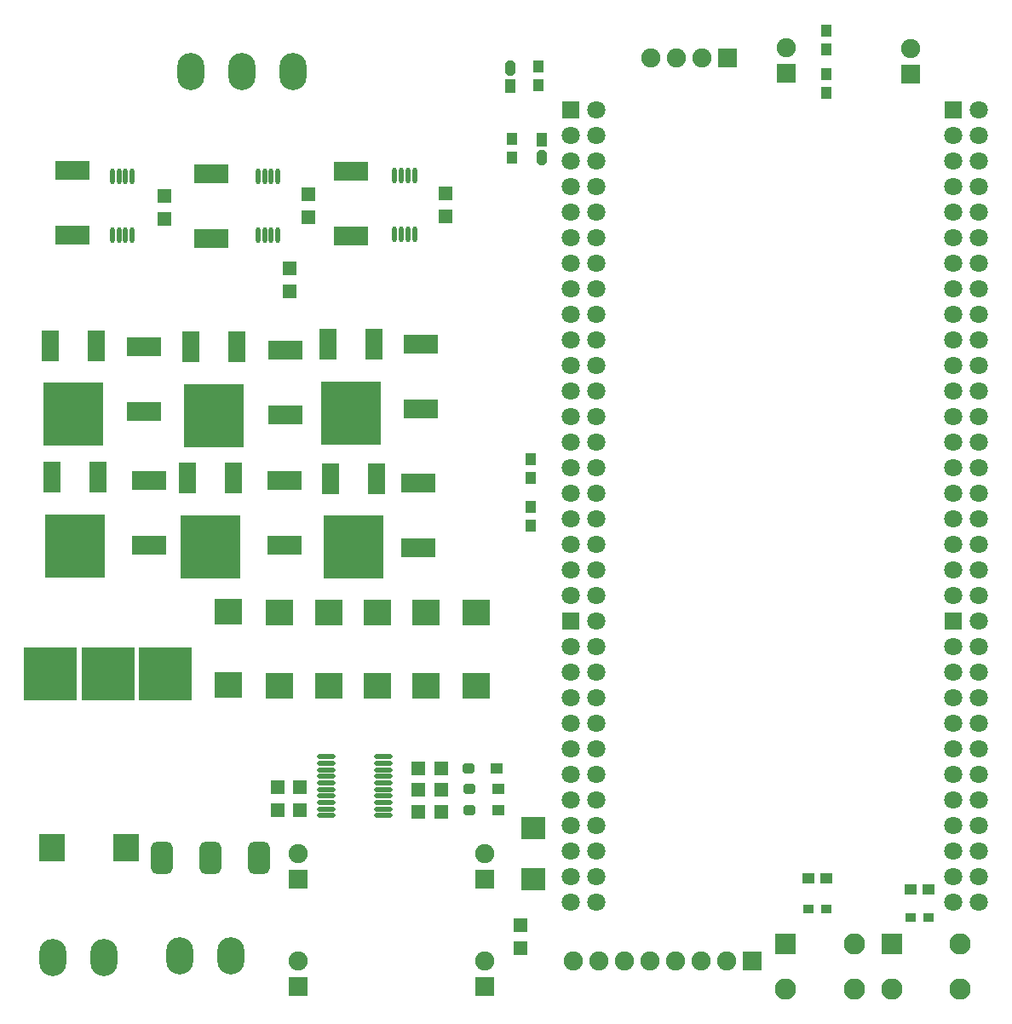
<source format=gts>
G04*
G04 #@! TF.GenerationSoftware,Altium Limited,Altium Designer,20.0.2 (26)*
G04*
G04 Layer_Color=8388736*
%FSLAX25Y25*%
%MOIN*%
G70*
G01*
G75*
%ADD36R,0.03950X0.04800*%
%ADD37R,0.09623X0.08861*%
%ADD38O,0.01790X0.06124*%
%ADD39R,0.04300X0.05800*%
G04:AMPARAMS|DCode=40|XSize=58mil|YSize=43mil|CornerRadius=0mil|HoleSize=0mil|Usage=FLASHONLY|Rotation=90.000|XOffset=0mil|YOffset=0mil|HoleType=Round|Shape=Octagon|*
%AMOCTAGOND40*
4,1,8,0.01075,0.02900,-0.01075,0.02900,-0.02150,0.01825,-0.02150,-0.01825,-0.01075,-0.02900,0.01075,-0.02900,0.02150,-0.01825,0.02150,0.01825,0.01075,0.02900,0.0*
%
%ADD40OCTAGOND40*%

%ADD41R,0.04800X0.03950*%
%ADD42R,0.04300X0.03800*%
%ADD43R,0.05800X0.05800*%
%ADD44R,0.10249X0.11036*%
%ADD45R,0.20800X0.20800*%
%ADD46R,0.04737X0.03950*%
G04:AMPARAMS|DCode=47|XSize=47.37mil|YSize=39.5mil|CornerRadius=0mil|HoleSize=0mil|Usage=FLASHONLY|Rotation=180.000|XOffset=0mil|YOffset=0mil|HoleType=Round|Shape=Octagon|*
%AMOCTAGOND47*
4,1,8,-0.02368,0.00987,-0.02368,-0.00987,-0.01381,-0.01975,0.01381,-0.01975,0.02368,-0.00987,0.02368,0.00987,0.01381,0.01975,-0.01381,0.01975,-0.02368,0.00987,0.0*
%
%ADD47OCTAGOND47*%

%ADD48R,0.05800X0.05800*%
%ADD49R,0.13398X0.07296*%
%ADD50O,0.07258X0.01833*%
%ADD51R,0.11036X0.10249*%
%ADD52R,0.23230X0.24810*%
%ADD53R,0.06700X0.12210*%
%ADD54R,0.07099X0.07099*%
%ADD55C,0.07099*%
%ADD56R,0.07493X0.07493*%
%ADD57C,0.07493*%
%ADD58C,0.08280*%
%ADD59R,0.08280X0.08280*%
%ADD60O,0.10642X0.14580*%
%ADD61R,0.07493X0.07493*%
G04:AMPARAMS|DCode=62|XSize=86.74mil|YSize=126.11mil|CornerRadius=23.68mil|HoleSize=0mil|Usage=FLASHONLY|Rotation=180.000|XOffset=0mil|YOffset=0mil|HoleType=Round|Shape=RoundedRectangle|*
%AMROUNDEDRECTD62*
21,1,0.08674,0.07874,0,0,180.0*
21,1,0.03937,0.12611,0,0,180.0*
1,1,0.04737,-0.01968,0.03937*
1,1,0.04737,0.01968,0.03937*
1,1,0.04737,0.01968,-0.03937*
1,1,0.04737,-0.01968,-0.03937*
%
%ADD62ROUNDEDRECTD62*%
D36*
X368500Y292150D02*
D03*
Y284850D02*
D03*
Y311000D02*
D03*
Y303700D02*
D03*
X484000Y478650D02*
D03*
Y471350D02*
D03*
Y454200D02*
D03*
Y461500D02*
D03*
X361000Y428850D02*
D03*
Y436150D02*
D03*
X371500Y457350D02*
D03*
Y464650D02*
D03*
D37*
X369500Y146500D02*
D03*
Y166500D02*
D03*
D38*
X322839Y422024D02*
D03*
X320280D02*
D03*
X317721D02*
D03*
X315161D02*
D03*
X322839Y398976D02*
D03*
X320280D02*
D03*
X317721D02*
D03*
X315161D02*
D03*
X269339Y421524D02*
D03*
X266780D02*
D03*
X264221D02*
D03*
X261661D02*
D03*
X269339Y398476D02*
D03*
X266780D02*
D03*
X264221D02*
D03*
X261661D02*
D03*
X212339Y421524D02*
D03*
X209780D02*
D03*
X207221D02*
D03*
X204661D02*
D03*
X212339Y398476D02*
D03*
X209780D02*
D03*
X207221D02*
D03*
X204661D02*
D03*
D39*
X360474Y457000D02*
D03*
X372526Y435999D02*
D03*
D40*
X360474Y464001D02*
D03*
X372526Y429000D02*
D03*
D41*
X476850Y147000D02*
D03*
X484150D02*
D03*
X516850Y142500D02*
D03*
X524150D02*
D03*
D42*
X523900Y131500D02*
D03*
X517000D02*
D03*
X483900Y135000D02*
D03*
X477000D02*
D03*
D43*
X364500Y128500D02*
D03*
Y119500D02*
D03*
X274000Y376500D02*
D03*
Y385500D02*
D03*
X225000Y405000D02*
D03*
Y414000D02*
D03*
X335000Y406000D02*
D03*
Y415000D02*
D03*
X278000Y182500D02*
D03*
Y173500D02*
D03*
X269500Y182500D02*
D03*
Y173500D02*
D03*
X281500Y405500D02*
D03*
Y414500D02*
D03*
D44*
X181130Y159000D02*
D03*
X209870D02*
D03*
D45*
X180500Y227000D02*
D03*
X203000D02*
D03*
X225500D02*
D03*
D46*
X355012Y190000D02*
D03*
X355512Y182000D02*
D03*
Y173500D02*
D03*
D47*
X343988Y190000D02*
D03*
X344488Y182000D02*
D03*
Y173500D02*
D03*
D48*
X333500Y190000D02*
D03*
X324500D02*
D03*
X333500Y181500D02*
D03*
X324500D02*
D03*
X333500Y173000D02*
D03*
X324500D02*
D03*
D49*
X243500Y397244D02*
D03*
Y422756D02*
D03*
X189000Y398500D02*
D03*
Y424012D02*
D03*
X298000Y398244D02*
D03*
Y423756D02*
D03*
X324500Y276244D02*
D03*
Y301756D02*
D03*
X272000Y277244D02*
D03*
Y302756D02*
D03*
X219000Y277244D02*
D03*
Y302756D02*
D03*
X325500Y330500D02*
D03*
Y356012D02*
D03*
X272500Y328244D02*
D03*
Y353756D02*
D03*
X217000Y329500D02*
D03*
Y355012D02*
D03*
D50*
X310803Y171484D02*
D03*
Y174043D02*
D03*
Y176602D02*
D03*
Y179161D02*
D03*
Y181720D02*
D03*
Y184279D02*
D03*
Y186839D02*
D03*
Y189398D02*
D03*
Y191957D02*
D03*
Y194516D02*
D03*
X288197Y171484D02*
D03*
Y174043D02*
D03*
Y176602D02*
D03*
Y179161D02*
D03*
Y181720D02*
D03*
Y184279D02*
D03*
Y186839D02*
D03*
Y189398D02*
D03*
Y191957D02*
D03*
Y194516D02*
D03*
D51*
X270000Y250870D02*
D03*
Y222130D02*
D03*
X289500Y250870D02*
D03*
Y222130D02*
D03*
X308500Y250870D02*
D03*
Y222130D02*
D03*
X327500Y250870D02*
D03*
Y222130D02*
D03*
X347000Y250870D02*
D03*
Y222130D02*
D03*
X250000Y251370D02*
D03*
Y222630D02*
D03*
D52*
X299000Y276500D02*
D03*
X243000Y276520D02*
D03*
X190000Y277000D02*
D03*
X298000Y329020D02*
D03*
X244500Y328020D02*
D03*
X189500Y328500D02*
D03*
D53*
X290000Y303460D02*
D03*
X308000D02*
D03*
X234000Y303480D02*
D03*
X252000D02*
D03*
X181000Y303960D02*
D03*
X199000D02*
D03*
X289000Y355980D02*
D03*
X307000D02*
D03*
X235500Y354980D02*
D03*
X253500D02*
D03*
X180500Y355460D02*
D03*
X198500D02*
D03*
D54*
X384000Y447500D02*
D03*
X533600D02*
D03*
X384000Y247500D02*
D03*
X533600D02*
D03*
D55*
X394000Y447500D02*
D03*
X384000Y437500D02*
D03*
X394000D02*
D03*
X384000Y427500D02*
D03*
X394000D02*
D03*
X384000Y417500D02*
D03*
X394000D02*
D03*
X384000Y407500D02*
D03*
X394000D02*
D03*
X384000Y397500D02*
D03*
X394000D02*
D03*
X384000Y387500D02*
D03*
X394000D02*
D03*
X384000Y377500D02*
D03*
X394000D02*
D03*
X384000Y367500D02*
D03*
X394000D02*
D03*
X384000Y357500D02*
D03*
X394000D02*
D03*
X384000Y347500D02*
D03*
X394000D02*
D03*
X384000Y337500D02*
D03*
X394000D02*
D03*
X384000Y327500D02*
D03*
X394000D02*
D03*
X384000Y317500D02*
D03*
X394000D02*
D03*
X384000Y307500D02*
D03*
X394000D02*
D03*
X384000Y297500D02*
D03*
X394000D02*
D03*
X384000Y287500D02*
D03*
X394000D02*
D03*
X384000Y277500D02*
D03*
X394000D02*
D03*
X384000Y267500D02*
D03*
X394000D02*
D03*
X384000Y257500D02*
D03*
X394000D02*
D03*
X543600Y447500D02*
D03*
X533600Y437500D02*
D03*
X543600D02*
D03*
X533600Y427500D02*
D03*
X543600D02*
D03*
X533600Y417500D02*
D03*
X543600D02*
D03*
X533600Y407500D02*
D03*
X543600D02*
D03*
X533600Y397500D02*
D03*
X543600D02*
D03*
X533600Y387500D02*
D03*
X543600D02*
D03*
X533600Y377500D02*
D03*
X543600D02*
D03*
X533600Y367500D02*
D03*
X543600D02*
D03*
X533600Y357500D02*
D03*
X543600D02*
D03*
X533600Y347500D02*
D03*
X543600D02*
D03*
X533600Y337500D02*
D03*
X543600D02*
D03*
X533600Y327500D02*
D03*
X543600D02*
D03*
X533600Y317500D02*
D03*
X543600D02*
D03*
X533600Y307500D02*
D03*
X543600D02*
D03*
X533600Y297500D02*
D03*
X543600D02*
D03*
X533600Y287500D02*
D03*
X543600D02*
D03*
X533600Y277500D02*
D03*
X543600D02*
D03*
X533600Y267500D02*
D03*
X543600D02*
D03*
X533600Y257500D02*
D03*
X543600D02*
D03*
X394000Y137500D02*
D03*
X384000D02*
D03*
X394000Y147500D02*
D03*
X384000D02*
D03*
X394000Y157500D02*
D03*
X384000D02*
D03*
X394000Y167500D02*
D03*
X384000D02*
D03*
X394000Y177500D02*
D03*
X384000D02*
D03*
X394000Y187500D02*
D03*
X384000D02*
D03*
X394000Y197500D02*
D03*
X384000D02*
D03*
X394000Y207500D02*
D03*
X384000D02*
D03*
X394000Y217500D02*
D03*
X384000D02*
D03*
X394000Y227500D02*
D03*
X384000D02*
D03*
X394000Y237500D02*
D03*
X384000D02*
D03*
X394000Y247500D02*
D03*
X543600Y137500D02*
D03*
X533600D02*
D03*
X543600Y147500D02*
D03*
X533600D02*
D03*
X543600Y157500D02*
D03*
X533600D02*
D03*
X543600Y167500D02*
D03*
X533600D02*
D03*
X543600Y177500D02*
D03*
X533600D02*
D03*
X543600Y187500D02*
D03*
X533600D02*
D03*
X543600Y197500D02*
D03*
X533600D02*
D03*
X543600Y207500D02*
D03*
X533600D02*
D03*
X543600Y217500D02*
D03*
X533600D02*
D03*
X543600Y227500D02*
D03*
X533600D02*
D03*
X543600Y237500D02*
D03*
X533600D02*
D03*
X543600Y247500D02*
D03*
D56*
X445500Y468000D02*
D03*
X350335Y104532D02*
D03*
X277500D02*
D03*
X517000Y461500D02*
D03*
X350335Y146500D02*
D03*
X277500D02*
D03*
X468500Y462000D02*
D03*
D57*
X435500Y468000D02*
D03*
X425500D02*
D03*
X415500D02*
D03*
X350335Y114532D02*
D03*
X277500D02*
D03*
X517000Y471500D02*
D03*
X350335Y156500D02*
D03*
X277500D02*
D03*
X385000Y114500D02*
D03*
X395000D02*
D03*
X445000D02*
D03*
X435000D02*
D03*
X425000D02*
D03*
X415000D02*
D03*
X405000D02*
D03*
X468500Y472000D02*
D03*
D58*
X536386Y121358D02*
D03*
Y103642D02*
D03*
X509614D02*
D03*
X494886Y121358D02*
D03*
Y103642D02*
D03*
X468114D02*
D03*
D59*
X509614Y121358D02*
D03*
X468114D02*
D03*
D60*
X201500Y116000D02*
D03*
X181500D02*
D03*
X251000Y116500D02*
D03*
X231000D02*
D03*
X255500Y462500D02*
D03*
X275500D02*
D03*
X235500D02*
D03*
D61*
X455000Y114500D02*
D03*
D62*
X243000Y155000D02*
D03*
X261898D02*
D03*
X224102D02*
D03*
M02*

</source>
